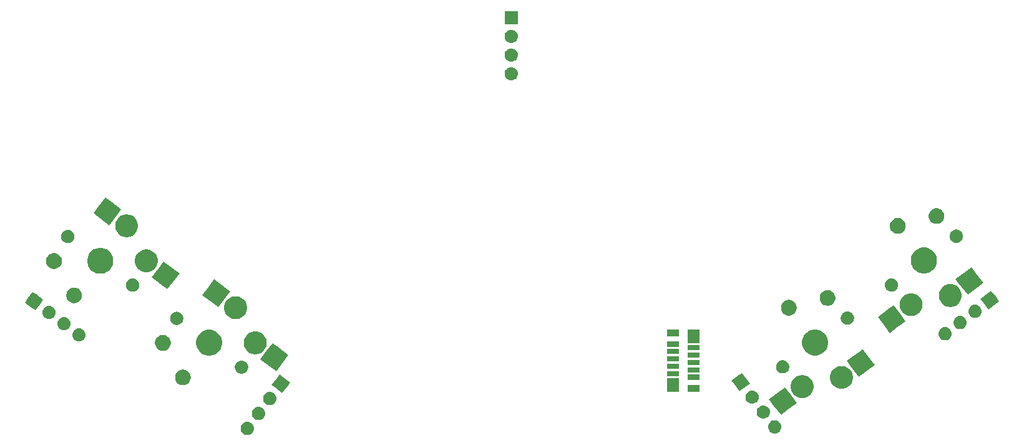
<source format=gbr>
G04 #@! TF.GenerationSoftware,KiCad,Pcbnew,(5.1.4)-1*
G04 #@! TF.CreationDate,2023-03-14T14:53:53-04:00*
G04 #@! TF.ProjectId,ThumbsUp,5468756d-6273-4557-902e-6b696361645f,rev?*
G04 #@! TF.SameCoordinates,Original*
G04 #@! TF.FileFunction,Soldermask,Bot*
G04 #@! TF.FilePolarity,Negative*
%FSLAX46Y46*%
G04 Gerber Fmt 4.6, Leading zero omitted, Abs format (unit mm)*
G04 Created by KiCad (PCBNEW (5.1.4)-1) date 2023-03-14 14:53:53*
%MOMM*%
%LPD*%
G04 APERTURE LIST*
%ADD10C,0.100000*%
G04 APERTURE END LIST*
D10*
G36*
X114444727Y-104066955D02*
G01*
X114510911Y-104073473D01*
X114680750Y-104124993D01*
X114837275Y-104208658D01*
X114873013Y-104237988D01*
X114974470Y-104321250D01*
X115052530Y-104416368D01*
X115087062Y-104458445D01*
X115170727Y-104614970D01*
X115222247Y-104784809D01*
X115239643Y-104961436D01*
X115222247Y-105138063D01*
X115170727Y-105307902D01*
X115087062Y-105464427D01*
X115057732Y-105500165D01*
X114974470Y-105601622D01*
X114898663Y-105663834D01*
X114837275Y-105714214D01*
X114680750Y-105797879D01*
X114510911Y-105849399D01*
X114444726Y-105855918D01*
X114378544Y-105862436D01*
X114290024Y-105862436D01*
X114223842Y-105855918D01*
X114157657Y-105849399D01*
X113987818Y-105797879D01*
X113831293Y-105714214D01*
X113769905Y-105663834D01*
X113694098Y-105601622D01*
X113610836Y-105500165D01*
X113581506Y-105464427D01*
X113497841Y-105307902D01*
X113446321Y-105138063D01*
X113428925Y-104961436D01*
X113446321Y-104784809D01*
X113497841Y-104614970D01*
X113581506Y-104458445D01*
X113616038Y-104416368D01*
X113694098Y-104321250D01*
X113795555Y-104237988D01*
X113831293Y-104208658D01*
X113987818Y-104124993D01*
X114157657Y-104073473D01*
X114223841Y-104066955D01*
X114290024Y-104060436D01*
X114378544Y-104060436D01*
X114444727Y-104066955D01*
X114444727Y-104066955D01*
G37*
G36*
X186004086Y-103868353D02*
G01*
X186070270Y-103874871D01*
X186240109Y-103926391D01*
X186396634Y-104010056D01*
X186432372Y-104039386D01*
X186533829Y-104122648D01*
X186617091Y-104224105D01*
X186646421Y-104259843D01*
X186730086Y-104416368D01*
X186781606Y-104586207D01*
X186799002Y-104762834D01*
X186781606Y-104939461D01*
X186730086Y-105109300D01*
X186646421Y-105265825D01*
X186617091Y-105301563D01*
X186533829Y-105403020D01*
X186459003Y-105464427D01*
X186396634Y-105515612D01*
X186240109Y-105599277D01*
X186070270Y-105650797D01*
X186004085Y-105657316D01*
X185937903Y-105663834D01*
X185849383Y-105663834D01*
X185783201Y-105657316D01*
X185717016Y-105650797D01*
X185547177Y-105599277D01*
X185390652Y-105515612D01*
X185328283Y-105464427D01*
X185253457Y-105403020D01*
X185170195Y-105301563D01*
X185140865Y-105265825D01*
X185057200Y-105109300D01*
X185005680Y-104939461D01*
X184988284Y-104762834D01*
X185005680Y-104586207D01*
X185057200Y-104416368D01*
X185140865Y-104259843D01*
X185170195Y-104224105D01*
X185253457Y-104122648D01*
X185354914Y-104039386D01*
X185390652Y-104010056D01*
X185547177Y-103926391D01*
X185717016Y-103874871D01*
X185783200Y-103868353D01*
X185849383Y-103861834D01*
X185937903Y-103861834D01*
X186004086Y-103868353D01*
X186004086Y-103868353D01*
G37*
G36*
X115973337Y-102038420D02*
G01*
X116039521Y-102044938D01*
X116209360Y-102096458D01*
X116365885Y-102180123D01*
X116401623Y-102209453D01*
X116503080Y-102292715D01*
X116581140Y-102387833D01*
X116615672Y-102429910D01*
X116699337Y-102586435D01*
X116750857Y-102756274D01*
X116768253Y-102932901D01*
X116750857Y-103109528D01*
X116699337Y-103279367D01*
X116615672Y-103435892D01*
X116586342Y-103471630D01*
X116503080Y-103573087D01*
X116427273Y-103635299D01*
X116365885Y-103685679D01*
X116209360Y-103769344D01*
X116039521Y-103820864D01*
X115973336Y-103827383D01*
X115907154Y-103833901D01*
X115818634Y-103833901D01*
X115752452Y-103827383D01*
X115686267Y-103820864D01*
X115516428Y-103769344D01*
X115359903Y-103685679D01*
X115298515Y-103635299D01*
X115222708Y-103573087D01*
X115139446Y-103471630D01*
X115110116Y-103435892D01*
X115026451Y-103279367D01*
X114974931Y-103109528D01*
X114957535Y-102932901D01*
X114974931Y-102756274D01*
X115026451Y-102586435D01*
X115110116Y-102429910D01*
X115144648Y-102387833D01*
X115222708Y-102292715D01*
X115324165Y-102209453D01*
X115359903Y-102180123D01*
X115516428Y-102096458D01*
X115686267Y-102044938D01*
X115752452Y-102038419D01*
X115818634Y-102031901D01*
X115907154Y-102031901D01*
X115973337Y-102038420D01*
X115973337Y-102038420D01*
G37*
G36*
X184475476Y-101839818D02*
G01*
X184541660Y-101846336D01*
X184711499Y-101897856D01*
X184868024Y-101981521D01*
X184903762Y-102010851D01*
X185005219Y-102094113D01*
X185088481Y-102195570D01*
X185117811Y-102231308D01*
X185201476Y-102387833D01*
X185252996Y-102557672D01*
X185270392Y-102734299D01*
X185252996Y-102910926D01*
X185201476Y-103080765D01*
X185117811Y-103237290D01*
X185088481Y-103273028D01*
X185005219Y-103374485D01*
X184930393Y-103435892D01*
X184868024Y-103487077D01*
X184711499Y-103570742D01*
X184541660Y-103622262D01*
X184475475Y-103628781D01*
X184409293Y-103635299D01*
X184320773Y-103635299D01*
X184254591Y-103628781D01*
X184188406Y-103622262D01*
X184018567Y-103570742D01*
X183862042Y-103487077D01*
X183799673Y-103435892D01*
X183724847Y-103374485D01*
X183641585Y-103273028D01*
X183612255Y-103237290D01*
X183528590Y-103080765D01*
X183477070Y-102910926D01*
X183459674Y-102734299D01*
X183477070Y-102557672D01*
X183528590Y-102387833D01*
X183612255Y-102231308D01*
X183641585Y-102195570D01*
X183724847Y-102094113D01*
X183826304Y-102010851D01*
X183862042Y-101981521D01*
X184018567Y-101897856D01*
X184188406Y-101846336D01*
X184254590Y-101839818D01*
X184320773Y-101833299D01*
X184409293Y-101833299D01*
X184475476Y-101839818D01*
X184475476Y-101839818D01*
G37*
G36*
X188030902Y-100359297D02*
G01*
X188905137Y-101519445D01*
X188905137Y-101519446D01*
X187752751Y-102387831D01*
X186747224Y-103145550D01*
X186747223Y-103145550D01*
X185807019Y-101897856D01*
X185121119Y-100987637D01*
X185121119Y-100987636D01*
X186351713Y-100060317D01*
X187279032Y-99361532D01*
X187279033Y-99361532D01*
X188030902Y-100359297D01*
X188030902Y-100359297D01*
G37*
G36*
X117501946Y-100009885D02*
G01*
X117568131Y-100016404D01*
X117737970Y-100067924D01*
X117894495Y-100151589D01*
X117930233Y-100180919D01*
X118031690Y-100264181D01*
X118109750Y-100359299D01*
X118144282Y-100401376D01*
X118227947Y-100557901D01*
X118279467Y-100727740D01*
X118296863Y-100904367D01*
X118279467Y-101080994D01*
X118227947Y-101250833D01*
X118144282Y-101407358D01*
X118114952Y-101443096D01*
X118031690Y-101544553D01*
X117955883Y-101606765D01*
X117894495Y-101657145D01*
X117737970Y-101740810D01*
X117568131Y-101792330D01*
X117501947Y-101798848D01*
X117435764Y-101805367D01*
X117347244Y-101805367D01*
X117281061Y-101798848D01*
X117214877Y-101792330D01*
X117045038Y-101740810D01*
X116888513Y-101657145D01*
X116827125Y-101606765D01*
X116751318Y-101544553D01*
X116668056Y-101443096D01*
X116638726Y-101407358D01*
X116555061Y-101250833D01*
X116503541Y-101080994D01*
X116486145Y-100904367D01*
X116503541Y-100727740D01*
X116555061Y-100557901D01*
X116638726Y-100401376D01*
X116673258Y-100359299D01*
X116751318Y-100264181D01*
X116852775Y-100180919D01*
X116888513Y-100151589D01*
X117045038Y-100067924D01*
X117214877Y-100016404D01*
X117281062Y-100009885D01*
X117347244Y-100003367D01*
X117435764Y-100003367D01*
X117501946Y-100009885D01*
X117501946Y-100009885D01*
G37*
G36*
X182946865Y-99811283D02*
G01*
X183013050Y-99817802D01*
X183182889Y-99869322D01*
X183339414Y-99952987D01*
X183375152Y-99982317D01*
X183476609Y-100065579D01*
X183559871Y-100167036D01*
X183589201Y-100202774D01*
X183672866Y-100359299D01*
X183724386Y-100529138D01*
X183741782Y-100705765D01*
X183724386Y-100882392D01*
X183672866Y-101052231D01*
X183589201Y-101208756D01*
X183559871Y-101244494D01*
X183476609Y-101345951D01*
X183401783Y-101407358D01*
X183339414Y-101458543D01*
X183182889Y-101542208D01*
X183013050Y-101593728D01*
X182946866Y-101600246D01*
X182880683Y-101606765D01*
X182792163Y-101606765D01*
X182725980Y-101600246D01*
X182659796Y-101593728D01*
X182489957Y-101542208D01*
X182333432Y-101458543D01*
X182271063Y-101407358D01*
X182196237Y-101345951D01*
X182112975Y-101244494D01*
X182083645Y-101208756D01*
X181999980Y-101052231D01*
X181948460Y-100882392D01*
X181931064Y-100705765D01*
X181948460Y-100529138D01*
X181999980Y-100359299D01*
X182083645Y-100202774D01*
X182112975Y-100167036D01*
X182196237Y-100065579D01*
X182297694Y-99982317D01*
X182333432Y-99952987D01*
X182489957Y-99869322D01*
X182659796Y-99817802D01*
X182725980Y-99811284D01*
X182792163Y-99804765D01*
X182880683Y-99804765D01*
X182946865Y-99811283D01*
X182946865Y-99811283D01*
G37*
G36*
X189931245Y-97761399D02*
G01*
X190081070Y-97791201D01*
X190363334Y-97908118D01*
X190617365Y-98077856D01*
X190833401Y-98293892D01*
X191003139Y-98547923D01*
X191120056Y-98830187D01*
X191179660Y-99129837D01*
X191179660Y-99435357D01*
X191120056Y-99735007D01*
X191003139Y-100017271D01*
X190833401Y-100271302D01*
X190617365Y-100487338D01*
X190363334Y-100657076D01*
X190081070Y-100773993D01*
X189931245Y-100803795D01*
X189781421Y-100833597D01*
X189475899Y-100833597D01*
X189326075Y-100803795D01*
X189176250Y-100773993D01*
X188893986Y-100657076D01*
X188639955Y-100487338D01*
X188423919Y-100271302D01*
X188254181Y-100017271D01*
X188137264Y-99735007D01*
X188077660Y-99435357D01*
X188077660Y-99129837D01*
X188137264Y-98830187D01*
X188254181Y-98547923D01*
X188423919Y-98293892D01*
X188639955Y-98077856D01*
X188893986Y-97908118D01*
X189176250Y-97791201D01*
X189326075Y-97761399D01*
X189475899Y-97731597D01*
X189781421Y-97731597D01*
X189931245Y-97761399D01*
X189931245Y-97761399D01*
G37*
G36*
X119146297Y-97918100D02*
G01*
X120181920Y-98698497D01*
X120181920Y-98698498D01*
X119777441Y-99235260D01*
X119097450Y-100137639D01*
X119097449Y-100137639D01*
X118165491Y-99435358D01*
X117658308Y-99053169D01*
X117658308Y-99053168D01*
X118355261Y-98128280D01*
X118742778Y-97614027D01*
X118742779Y-97614027D01*
X119146297Y-97918100D01*
X119146297Y-97918100D01*
G37*
G36*
X172883000Y-99959000D02*
G01*
X171281000Y-99959000D01*
X171281000Y-98157000D01*
X172883000Y-98157000D01*
X172883000Y-99959000D01*
X172883000Y-99959000D01*
G37*
G36*
X175683000Y-99959000D02*
G01*
X174081000Y-99959000D01*
X174081000Y-99057000D01*
X175683000Y-99057000D01*
X175683000Y-99959000D01*
X175683000Y-99959000D01*
G37*
G36*
X182063769Y-98183281D02*
G01*
X182569619Y-98854566D01*
X182569619Y-98854567D01*
X182064420Y-99235261D01*
X181130478Y-99939037D01*
X181130477Y-99939037D01*
X180399316Y-98968753D01*
X180046007Y-98499896D01*
X180046007Y-98499895D01*
X181065574Y-97731597D01*
X181485148Y-97415425D01*
X181485149Y-97415425D01*
X182063769Y-98183281D01*
X182063769Y-98183281D01*
G37*
G36*
X195248415Y-96509322D02*
G01*
X195398240Y-96539124D01*
X195680504Y-96656041D01*
X195934535Y-96825779D01*
X196150571Y-97041815D01*
X196320309Y-97295846D01*
X196437226Y-97578110D01*
X196437226Y-97578111D01*
X196493099Y-97859000D01*
X196496830Y-97877760D01*
X196496830Y-98183280D01*
X196437226Y-98482930D01*
X196320309Y-98765194D01*
X196150571Y-99019225D01*
X195934535Y-99235261D01*
X195680504Y-99404999D01*
X195398240Y-99521916D01*
X195248415Y-99551718D01*
X195098591Y-99581520D01*
X194793069Y-99581520D01*
X194643245Y-99551718D01*
X194493420Y-99521916D01*
X194211156Y-99404999D01*
X193957125Y-99235261D01*
X193741089Y-99019225D01*
X193571351Y-98765194D01*
X193454434Y-98482930D01*
X193394830Y-98183280D01*
X193394830Y-97877760D01*
X193398562Y-97859000D01*
X193454434Y-97578111D01*
X193454434Y-97578110D01*
X193571351Y-97295846D01*
X193741089Y-97041815D01*
X193957125Y-96825779D01*
X194211156Y-96656041D01*
X194493420Y-96539124D01*
X194643245Y-96509322D01*
X194793069Y-96479520D01*
X195098591Y-96479520D01*
X195248415Y-96509322D01*
X195248415Y-96509322D01*
G37*
G36*
X105917786Y-96997193D02*
G01*
X106111967Y-97077626D01*
X106111969Y-97077627D01*
X106286728Y-97194397D01*
X106435348Y-97343017D01*
X106446027Y-97359000D01*
X106552119Y-97517778D01*
X106632552Y-97711959D01*
X106673555Y-97918098D01*
X106673555Y-98128282D01*
X106632552Y-98334421D01*
X106552119Y-98528602D01*
X106552118Y-98528604D01*
X106435348Y-98703363D01*
X106286728Y-98851983D01*
X106111969Y-98968753D01*
X106111968Y-98968754D01*
X106111967Y-98968754D01*
X105917786Y-99049187D01*
X105711647Y-99090190D01*
X105501463Y-99090190D01*
X105295324Y-99049187D01*
X105101143Y-98968754D01*
X105101142Y-98968754D01*
X105101141Y-98968753D01*
X104926382Y-98851983D01*
X104777762Y-98703363D01*
X104660992Y-98528604D01*
X104660991Y-98528602D01*
X104580558Y-98334421D01*
X104539555Y-98128282D01*
X104539555Y-97918098D01*
X104580558Y-97711959D01*
X104660991Y-97517778D01*
X104767083Y-97359000D01*
X104777762Y-97343017D01*
X104926382Y-97194397D01*
X105101141Y-97077627D01*
X105101143Y-97077626D01*
X105295324Y-96997193D01*
X105501463Y-96956190D01*
X105711647Y-96956190D01*
X105917786Y-96997193D01*
X105917786Y-96997193D01*
G37*
G36*
X175683000Y-98359000D02*
G01*
X174081000Y-98359000D01*
X174081000Y-97657000D01*
X175683000Y-97657000D01*
X175683000Y-98359000D01*
X175683000Y-98359000D01*
G37*
G36*
X198572858Y-95157000D02*
G01*
X199453371Y-96325480D01*
X199453371Y-96325481D01*
X198537242Y-97015833D01*
X197295458Y-97951585D01*
X197295457Y-97951585D01*
X196186177Y-96479520D01*
X195669353Y-95793672D01*
X195669353Y-95793671D01*
X197346072Y-94530173D01*
X197827266Y-94167567D01*
X197827267Y-94167567D01*
X198572858Y-95157000D01*
X198572858Y-95157000D01*
G37*
G36*
X172883000Y-97859000D02*
G01*
X171281000Y-97859000D01*
X171281000Y-97157000D01*
X172883000Y-97157000D01*
X172883000Y-97859000D01*
X172883000Y-97859000D01*
G37*
G36*
X113725711Y-95736653D02*
G01*
X113812834Y-95753982D01*
X113922257Y-95799307D01*
X113976970Y-95821970D01*
X114075893Y-95888068D01*
X114124687Y-95920671D01*
X114250311Y-96046295D01*
X114250313Y-96046298D01*
X114349012Y-96194012D01*
X114349012Y-96194013D01*
X114417000Y-96358148D01*
X114417000Y-96358150D01*
X114445175Y-96499793D01*
X114451659Y-96532394D01*
X114451659Y-96710052D01*
X114417000Y-96884298D01*
X114387221Y-96956190D01*
X114349012Y-97048434D01*
X114276471Y-97157000D01*
X114250311Y-97196151D01*
X114124687Y-97321775D01*
X114124684Y-97321777D01*
X113976970Y-97420476D01*
X113922257Y-97443139D01*
X113812834Y-97488464D01*
X113725711Y-97505794D01*
X113638590Y-97523123D01*
X113460928Y-97523123D01*
X113373807Y-97505794D01*
X113286684Y-97488464D01*
X113177261Y-97443139D01*
X113122548Y-97420476D01*
X112974834Y-97321777D01*
X112974831Y-97321775D01*
X112849207Y-97196151D01*
X112823047Y-97157000D01*
X112750506Y-97048434D01*
X112712297Y-96956190D01*
X112682518Y-96884298D01*
X112647859Y-96710052D01*
X112647859Y-96532394D01*
X112654344Y-96499793D01*
X112682518Y-96358150D01*
X112682518Y-96358148D01*
X112750506Y-96194013D01*
X112750506Y-96194012D01*
X112849205Y-96046298D01*
X112849207Y-96046295D01*
X112974831Y-95920671D01*
X113023625Y-95888068D01*
X113122548Y-95821970D01*
X113177261Y-95799307D01*
X113286684Y-95753982D01*
X113373807Y-95736653D01*
X113460928Y-95719323D01*
X113638590Y-95719323D01*
X113725711Y-95736653D01*
X113725711Y-95736653D01*
G37*
G36*
X187148488Y-95704052D02*
G01*
X187235611Y-95721381D01*
X187345034Y-95766706D01*
X187399747Y-95789369D01*
X187546469Y-95887405D01*
X187547464Y-95888070D01*
X187673088Y-96013694D01*
X187673090Y-96013697D01*
X187771789Y-96161411D01*
X187771789Y-96161412D01*
X187839777Y-96325547D01*
X187846262Y-96358150D01*
X187874436Y-96499791D01*
X187874436Y-96677453D01*
X187867951Y-96710054D01*
X187839777Y-96851697D01*
X187796494Y-96956190D01*
X187771789Y-97015833D01*
X187677465Y-97157000D01*
X187673088Y-97163550D01*
X187547464Y-97289174D01*
X187547461Y-97289176D01*
X187399747Y-97387875D01*
X187345034Y-97410538D01*
X187235611Y-97455863D01*
X187148488Y-97473192D01*
X187061367Y-97490522D01*
X186883705Y-97490522D01*
X186796584Y-97473192D01*
X186709461Y-97455863D01*
X186600038Y-97410538D01*
X186545325Y-97387875D01*
X186397611Y-97289176D01*
X186397608Y-97289174D01*
X186271984Y-97163550D01*
X186267607Y-97157000D01*
X186173283Y-97015833D01*
X186148578Y-96956190D01*
X186105295Y-96851697D01*
X186077121Y-96710054D01*
X186070636Y-96677453D01*
X186070636Y-96499791D01*
X186098810Y-96358150D01*
X186105295Y-96325547D01*
X186173283Y-96161412D01*
X186173283Y-96161411D01*
X186271982Y-96013697D01*
X186271984Y-96013694D01*
X186397608Y-95888070D01*
X186398603Y-95887405D01*
X186545325Y-95789369D01*
X186600038Y-95766706D01*
X186709461Y-95721381D01*
X186796584Y-95704051D01*
X186883705Y-95686722D01*
X187061367Y-95686722D01*
X187148488Y-95704052D01*
X187148488Y-95704052D01*
G37*
G36*
X175683000Y-97359000D02*
G01*
X174081000Y-97359000D01*
X174081000Y-96657000D01*
X175683000Y-96657000D01*
X175683000Y-97359000D01*
X175683000Y-97359000D01*
G37*
G36*
X118684194Y-94103152D02*
G01*
X119914788Y-95030471D01*
X119914788Y-95030472D01*
X119514041Y-95562281D01*
X118288684Y-97188385D01*
X118288683Y-97188385D01*
X117347988Y-96479520D01*
X116130770Y-95562281D01*
X116130770Y-95562280D01*
X116978971Y-94436680D01*
X117756874Y-93404367D01*
X117756875Y-93404367D01*
X118684194Y-94103152D01*
X118684194Y-94103152D01*
G37*
G36*
X172883000Y-96859000D02*
G01*
X171281000Y-96859000D01*
X171281000Y-96157000D01*
X172883000Y-96157000D01*
X172883000Y-96859000D01*
X172883000Y-96859000D01*
G37*
G36*
X175683000Y-96359000D02*
G01*
X174081000Y-96359000D01*
X174081000Y-95657000D01*
X175683000Y-95657000D01*
X175683000Y-96359000D01*
X175683000Y-96359000D01*
G37*
G36*
X172883000Y-95859000D02*
G01*
X171281000Y-95859000D01*
X171281000Y-95157000D01*
X172883000Y-95157000D01*
X172883000Y-95859000D01*
X172883000Y-95859000D01*
G37*
G36*
X175683000Y-95359000D02*
G01*
X174081000Y-95359000D01*
X174081000Y-94657000D01*
X175683000Y-94657000D01*
X175683000Y-95359000D01*
X175683000Y-95359000D01*
G37*
G36*
X109672240Y-91613587D02*
G01*
X109993540Y-91746674D01*
X109993542Y-91746675D01*
X110282704Y-91939887D01*
X110528617Y-92185800D01*
X110711164Y-92459000D01*
X110721830Y-92474964D01*
X110854917Y-92796264D01*
X110922764Y-93137352D01*
X110922764Y-93485128D01*
X110854917Y-93826216D01*
X110775828Y-94017153D01*
X110721829Y-94147518D01*
X110528617Y-94436680D01*
X110282704Y-94682593D01*
X109993542Y-94875805D01*
X109993541Y-94875806D01*
X109993540Y-94875806D01*
X109672240Y-95008893D01*
X109331152Y-95076740D01*
X108983376Y-95076740D01*
X108642288Y-95008893D01*
X108320988Y-94875806D01*
X108320987Y-94875806D01*
X108320986Y-94875805D01*
X108031824Y-94682593D01*
X107785911Y-94436680D01*
X107592699Y-94147518D01*
X107538700Y-94017153D01*
X107459611Y-93826216D01*
X107391764Y-93485128D01*
X107391764Y-93137352D01*
X107459611Y-92796264D01*
X107592698Y-92474964D01*
X107603365Y-92459000D01*
X107785911Y-92185800D01*
X108031824Y-91939887D01*
X108320986Y-91746675D01*
X108320988Y-91746674D01*
X108642288Y-91613587D01*
X108983376Y-91545740D01*
X109331152Y-91545740D01*
X109672240Y-91613587D01*
X109672240Y-91613587D01*
G37*
G36*
X191880007Y-91580986D02*
G01*
X192201307Y-91714073D01*
X192201309Y-91714074D01*
X192490471Y-91907286D01*
X192736384Y-92153199D01*
X192895556Y-92391416D01*
X192929597Y-92442363D01*
X193062684Y-92763663D01*
X193130531Y-93104751D01*
X193130531Y-93452527D01*
X193062684Y-93793615D01*
X192929597Y-94114915D01*
X192929596Y-94114917D01*
X192736384Y-94404079D01*
X192490471Y-94649992D01*
X192201309Y-94843204D01*
X192201308Y-94843205D01*
X192201307Y-94843205D01*
X191880007Y-94976292D01*
X191538919Y-95044139D01*
X191191143Y-95044139D01*
X190850055Y-94976292D01*
X190528755Y-94843205D01*
X190528754Y-94843205D01*
X190528753Y-94843204D01*
X190239591Y-94649992D01*
X189993678Y-94404079D01*
X189800466Y-94114917D01*
X189800465Y-94114915D01*
X189667378Y-93793615D01*
X189599531Y-93452527D01*
X189599531Y-93104751D01*
X189667378Y-92763663D01*
X189800465Y-92442363D01*
X189834507Y-92391416D01*
X189993678Y-92153199D01*
X190239591Y-91907286D01*
X190528753Y-91714074D01*
X190528755Y-91714073D01*
X190850055Y-91580986D01*
X191191143Y-91513139D01*
X191538919Y-91513139D01*
X191880007Y-91580986D01*
X191880007Y-91580986D01*
G37*
G36*
X115709833Y-91804234D02*
G01*
X115859658Y-91834036D01*
X116141922Y-91950953D01*
X116395953Y-92120691D01*
X116611989Y-92336727D01*
X116781727Y-92590758D01*
X116898644Y-92873022D01*
X116898644Y-92873023D01*
X116958248Y-93172671D01*
X116958248Y-93478193D01*
X116928446Y-93628017D01*
X116898644Y-93777842D01*
X116781727Y-94060106D01*
X116611989Y-94314137D01*
X116395953Y-94530173D01*
X116141922Y-94699911D01*
X115859658Y-94816828D01*
X115727057Y-94843204D01*
X115560009Y-94876432D01*
X115254487Y-94876432D01*
X115087439Y-94843204D01*
X114954838Y-94816828D01*
X114672574Y-94699911D01*
X114418543Y-94530173D01*
X114202507Y-94314137D01*
X114032769Y-94060106D01*
X113915852Y-93777842D01*
X113886050Y-93628017D01*
X113856248Y-93478193D01*
X113856248Y-93172671D01*
X113915852Y-92873023D01*
X113915852Y-92873022D01*
X114032769Y-92590758D01*
X114202507Y-92336727D01*
X114418543Y-92120691D01*
X114672574Y-91950953D01*
X114954838Y-91834036D01*
X115104663Y-91804234D01*
X115254487Y-91774432D01*
X115560009Y-91774432D01*
X115709833Y-91804234D01*
X115709833Y-91804234D01*
G37*
G36*
X172883000Y-94859000D02*
G01*
X171281000Y-94859000D01*
X171281000Y-94157000D01*
X172883000Y-94157000D01*
X172883000Y-94859000D01*
X172883000Y-94859000D01*
G37*
G36*
X103188420Y-92310983D02*
G01*
X103382601Y-92391416D01*
X103382603Y-92391417D01*
X103557362Y-92508187D01*
X103705982Y-92656807D01*
X103799163Y-92796263D01*
X103822753Y-92831568D01*
X103903186Y-93025749D01*
X103944189Y-93231888D01*
X103944189Y-93442072D01*
X103903186Y-93648211D01*
X103842957Y-93793615D01*
X103822752Y-93842394D01*
X103705982Y-94017153D01*
X103557362Y-94165773D01*
X103382603Y-94282543D01*
X103382602Y-94282544D01*
X103382601Y-94282544D01*
X103188420Y-94362977D01*
X102982281Y-94403980D01*
X102772097Y-94403980D01*
X102565958Y-94362977D01*
X102371777Y-94282544D01*
X102371776Y-94282544D01*
X102371775Y-94282543D01*
X102197016Y-94165773D01*
X102048396Y-94017153D01*
X101931626Y-93842394D01*
X101911421Y-93793615D01*
X101851192Y-93648211D01*
X101810189Y-93442072D01*
X101810189Y-93231888D01*
X101851192Y-93025749D01*
X101931625Y-92831568D01*
X101955215Y-92796263D01*
X102048396Y-92656807D01*
X102197016Y-92508187D01*
X102371775Y-92391417D01*
X102371777Y-92391416D01*
X102565958Y-92310983D01*
X102772097Y-92269980D01*
X102982281Y-92269980D01*
X103188420Y-92310983D01*
X103188420Y-92310983D01*
G37*
G36*
X175683000Y-94359000D02*
G01*
X174081000Y-94359000D01*
X174081000Y-93657000D01*
X175683000Y-93657000D01*
X175683000Y-94359000D01*
X175683000Y-94359000D01*
G37*
G36*
X172883000Y-93859000D02*
G01*
X171281000Y-93859000D01*
X171281000Y-93157000D01*
X172883000Y-93157000D01*
X172883000Y-93859000D01*
X172883000Y-93859000D01*
G37*
G36*
X175683000Y-93359000D02*
G01*
X174081000Y-93359000D01*
X174081000Y-91557000D01*
X175683000Y-91557000D01*
X175683000Y-93359000D01*
X175683000Y-93359000D01*
G37*
G36*
X91603061Y-91357030D02*
G01*
X91669245Y-91363548D01*
X91839084Y-91415068D01*
X91995609Y-91498733D01*
X92031347Y-91528063D01*
X92132804Y-91611325D01*
X92216066Y-91712782D01*
X92245396Y-91748520D01*
X92329061Y-91905045D01*
X92380581Y-92074884D01*
X92397977Y-92251511D01*
X92380581Y-92428138D01*
X92329061Y-92597977D01*
X92245396Y-92754502D01*
X92216066Y-92790240D01*
X92132804Y-92891697D01*
X92031347Y-92974959D01*
X91995609Y-93004289D01*
X91839084Y-93087954D01*
X91669245Y-93139474D01*
X91603061Y-93145992D01*
X91536878Y-93152511D01*
X91448358Y-93152511D01*
X91382175Y-93145992D01*
X91315991Y-93139474D01*
X91146152Y-93087954D01*
X90989627Y-93004289D01*
X90953889Y-92974959D01*
X90852432Y-92891697D01*
X90769170Y-92790240D01*
X90739840Y-92754502D01*
X90656175Y-92597977D01*
X90604655Y-92428138D01*
X90587259Y-92251511D01*
X90604655Y-92074884D01*
X90656175Y-91905045D01*
X90739840Y-91748520D01*
X90769170Y-91712782D01*
X90852432Y-91611325D01*
X90953889Y-91528063D01*
X90989627Y-91498733D01*
X91146152Y-91415068D01*
X91315991Y-91363548D01*
X91382175Y-91357030D01*
X91448358Y-91350511D01*
X91536878Y-91350511D01*
X91603061Y-91357030D01*
X91603061Y-91357030D01*
G37*
G36*
X209125584Y-91203425D02*
G01*
X209191768Y-91209943D01*
X209361607Y-91261463D01*
X209518132Y-91345128D01*
X209553870Y-91374458D01*
X209655327Y-91457720D01*
X209727562Y-91545740D01*
X209767919Y-91594915D01*
X209851584Y-91751440D01*
X209903104Y-91921279D01*
X209920500Y-92097906D01*
X209903104Y-92274533D01*
X209851584Y-92444372D01*
X209767919Y-92600897D01*
X209738589Y-92636635D01*
X209655327Y-92738092D01*
X209553870Y-92821354D01*
X209518132Y-92850684D01*
X209361607Y-92934349D01*
X209191768Y-92985869D01*
X209125584Y-92992387D01*
X209059401Y-92998906D01*
X208970881Y-92998906D01*
X208904699Y-92992388D01*
X208838514Y-92985869D01*
X208668675Y-92934349D01*
X208512150Y-92850684D01*
X208476412Y-92821354D01*
X208374955Y-92738092D01*
X208291693Y-92636635D01*
X208262363Y-92600897D01*
X208178698Y-92444372D01*
X208127178Y-92274533D01*
X208109782Y-92097906D01*
X208127178Y-91921279D01*
X208178698Y-91751440D01*
X208262363Y-91594915D01*
X208302720Y-91545740D01*
X208374955Y-91457720D01*
X208476412Y-91374458D01*
X208512150Y-91345128D01*
X208668675Y-91261463D01*
X208838514Y-91209943D01*
X208904698Y-91203425D01*
X208970881Y-91196906D01*
X209059401Y-91196906D01*
X209125584Y-91203425D01*
X209125584Y-91203425D01*
G37*
G36*
X172883000Y-92459000D02*
G01*
X171281000Y-92459000D01*
X171281000Y-91557000D01*
X172883000Y-91557000D01*
X172883000Y-92459000D01*
X172883000Y-92459000D01*
G37*
G36*
X202933585Y-89395482D02*
G01*
X203679894Y-90385867D01*
X203679894Y-90385868D01*
X202565144Y-91225892D01*
X201521981Y-92011972D01*
X201521980Y-92011972D01*
X200415471Y-90543584D01*
X199895876Y-89854059D01*
X199895876Y-89854058D01*
X201126470Y-88926739D01*
X202053789Y-88227954D01*
X202053790Y-88227954D01*
X202933585Y-89395482D01*
X202933585Y-89395482D01*
G37*
G36*
X89574526Y-89828420D02*
G01*
X89640710Y-89834938D01*
X89810549Y-89886458D01*
X89967074Y-89970123D01*
X90002812Y-89999453D01*
X90104269Y-90082715D01*
X90187531Y-90184172D01*
X90216861Y-90219910D01*
X90300526Y-90376435D01*
X90352046Y-90546274D01*
X90369442Y-90722901D01*
X90352046Y-90899528D01*
X90300526Y-91069367D01*
X90216861Y-91225892D01*
X90187668Y-91261463D01*
X90104269Y-91363087D01*
X90002812Y-91446349D01*
X89967074Y-91475679D01*
X89810549Y-91559344D01*
X89640710Y-91610864D01*
X89574525Y-91617383D01*
X89508343Y-91623901D01*
X89419823Y-91623901D01*
X89353641Y-91617383D01*
X89287456Y-91610864D01*
X89117617Y-91559344D01*
X88961092Y-91475679D01*
X88925354Y-91446349D01*
X88823897Y-91363087D01*
X88740498Y-91261463D01*
X88711305Y-91225892D01*
X88627640Y-91069367D01*
X88576120Y-90899528D01*
X88558724Y-90722901D01*
X88576120Y-90546274D01*
X88627640Y-90376435D01*
X88711305Y-90219910D01*
X88740635Y-90184172D01*
X88823897Y-90082715D01*
X88925354Y-89999453D01*
X88961092Y-89970123D01*
X89117617Y-89886458D01*
X89287456Y-89834938D01*
X89353640Y-89828420D01*
X89419823Y-89821901D01*
X89508343Y-89821901D01*
X89574526Y-89828420D01*
X89574526Y-89828420D01*
G37*
G36*
X211154118Y-89674814D02*
G01*
X211220303Y-89681333D01*
X211390142Y-89732853D01*
X211546667Y-89816518D01*
X211582405Y-89845848D01*
X211683862Y-89929110D01*
X211767124Y-90030567D01*
X211796454Y-90066305D01*
X211880119Y-90222830D01*
X211931639Y-90392669D01*
X211949035Y-90569296D01*
X211931639Y-90745923D01*
X211880119Y-90915762D01*
X211796454Y-91072287D01*
X211767124Y-91108025D01*
X211683862Y-91209482D01*
X211582405Y-91292744D01*
X211546667Y-91322074D01*
X211390142Y-91405739D01*
X211220303Y-91457259D01*
X211154119Y-91463777D01*
X211087936Y-91470296D01*
X210999416Y-91470296D01*
X210933234Y-91463778D01*
X210867049Y-91457259D01*
X210697210Y-91405739D01*
X210540685Y-91322074D01*
X210504947Y-91292744D01*
X210403490Y-91209482D01*
X210320228Y-91108025D01*
X210290898Y-91072287D01*
X210207233Y-90915762D01*
X210155713Y-90745923D01*
X210138317Y-90569296D01*
X210155713Y-90392669D01*
X210207233Y-90222830D01*
X210290898Y-90066305D01*
X210320228Y-90030567D01*
X210403490Y-89929110D01*
X210504947Y-89845848D01*
X210540685Y-89816518D01*
X210697210Y-89732853D01*
X210867049Y-89681333D01*
X210933234Y-89674814D01*
X210999416Y-89668296D01*
X211087936Y-89668296D01*
X211154118Y-89674814D01*
X211154118Y-89674814D01*
G37*
G36*
X104940721Y-89116687D02*
G01*
X105027844Y-89134016D01*
X105113274Y-89169403D01*
X105191980Y-89202004D01*
X105290903Y-89268102D01*
X105339697Y-89300705D01*
X105465321Y-89426329D01*
X105465323Y-89426332D01*
X105564022Y-89574046D01*
X105571743Y-89592686D01*
X105632010Y-89738182D01*
X105632010Y-89738184D01*
X105661504Y-89886458D01*
X105666669Y-89912428D01*
X105666669Y-90090086D01*
X105632010Y-90264332D01*
X105586685Y-90373755D01*
X105564022Y-90428468D01*
X105487106Y-90543581D01*
X105465321Y-90576185D01*
X105339697Y-90701809D01*
X105339694Y-90701811D01*
X105191980Y-90800510D01*
X105137267Y-90823173D01*
X105027844Y-90868498D01*
X104940721Y-90885827D01*
X104853600Y-90903157D01*
X104675938Y-90903157D01*
X104588817Y-90885827D01*
X104501694Y-90868498D01*
X104392271Y-90823173D01*
X104337558Y-90800510D01*
X104189844Y-90701811D01*
X104189841Y-90701809D01*
X104064217Y-90576185D01*
X104042432Y-90543581D01*
X103965516Y-90428468D01*
X103942853Y-90373755D01*
X103897528Y-90264332D01*
X103862869Y-90090086D01*
X103862869Y-89912428D01*
X103868035Y-89886458D01*
X103897528Y-89738184D01*
X103897528Y-89738182D01*
X103957795Y-89592686D01*
X103965516Y-89574046D01*
X104064215Y-89426332D01*
X104064217Y-89426329D01*
X104189841Y-89300705D01*
X104238635Y-89268102D01*
X104337558Y-89202004D01*
X104416264Y-89169403D01*
X104501694Y-89134016D01*
X104588817Y-89116686D01*
X104675938Y-89099357D01*
X104853600Y-89099357D01*
X104940721Y-89116687D01*
X104940721Y-89116687D01*
G37*
G36*
X195933478Y-89084085D02*
G01*
X196020601Y-89101415D01*
X196108255Y-89137723D01*
X196184737Y-89169403D01*
X196300661Y-89246861D01*
X196332454Y-89268104D01*
X196458078Y-89393728D01*
X196458080Y-89393731D01*
X196556779Y-89541445D01*
X196570283Y-89574046D01*
X196624767Y-89705581D01*
X196631252Y-89738184D01*
X196659426Y-89879825D01*
X196659426Y-90057487D01*
X196652941Y-90090088D01*
X196624767Y-90231731D01*
X196579442Y-90341154D01*
X196556779Y-90395867D01*
X196458743Y-90542589D01*
X196458078Y-90543584D01*
X196332454Y-90669208D01*
X196332451Y-90669210D01*
X196184737Y-90767909D01*
X196130024Y-90790572D01*
X196020601Y-90835897D01*
X195933478Y-90853226D01*
X195846357Y-90870556D01*
X195668695Y-90870556D01*
X195581574Y-90853227D01*
X195494451Y-90835897D01*
X195385028Y-90790572D01*
X195330315Y-90767909D01*
X195182601Y-90669210D01*
X195182598Y-90669208D01*
X195056974Y-90543584D01*
X195056309Y-90542589D01*
X194958273Y-90395867D01*
X194935610Y-90341154D01*
X194890285Y-90231731D01*
X194862111Y-90090088D01*
X194855626Y-90057487D01*
X194855626Y-89879825D01*
X194883800Y-89738184D01*
X194890285Y-89705581D01*
X194944769Y-89574046D01*
X194958273Y-89541445D01*
X195056972Y-89393731D01*
X195056974Y-89393728D01*
X195182598Y-89268104D01*
X195214391Y-89246861D01*
X195330315Y-89169403D01*
X195406797Y-89137723D01*
X195494451Y-89101415D01*
X195581574Y-89084086D01*
X195668695Y-89066756D01*
X195846357Y-89066756D01*
X195933478Y-89084085D01*
X195933478Y-89084085D01*
G37*
G36*
X113040648Y-87038161D02*
G01*
X113190473Y-87067963D01*
X113472737Y-87184880D01*
X113726768Y-87354618D01*
X113942804Y-87570654D01*
X114112542Y-87824685D01*
X114229459Y-88106949D01*
X114289063Y-88406599D01*
X114289063Y-88712119D01*
X114229459Y-89011769D01*
X114112542Y-89294033D01*
X113942804Y-89548064D01*
X113726768Y-89764100D01*
X113472737Y-89933838D01*
X113190473Y-90050755D01*
X113040648Y-90080557D01*
X112890824Y-90110359D01*
X112585302Y-90110359D01*
X112435478Y-90080557D01*
X112285653Y-90050755D01*
X112003389Y-89933838D01*
X111749358Y-89764100D01*
X111533322Y-89548064D01*
X111363584Y-89294033D01*
X111246667Y-89011769D01*
X111187063Y-88712119D01*
X111187063Y-88406599D01*
X111246667Y-88106949D01*
X111363584Y-87824685D01*
X111533322Y-87570654D01*
X111749358Y-87354618D01*
X112003389Y-87184880D01*
X112285653Y-87067963D01*
X112435478Y-87038161D01*
X112585302Y-87008359D01*
X112890824Y-87008359D01*
X113040648Y-87038161D01*
X113040648Y-87038161D01*
G37*
G36*
X87545992Y-88299810D02*
G01*
X87612176Y-88306328D01*
X87782015Y-88357848D01*
X87938540Y-88441513D01*
X87974278Y-88470843D01*
X88075735Y-88554105D01*
X88158997Y-88655562D01*
X88188327Y-88691300D01*
X88271992Y-88847825D01*
X88323512Y-89017664D01*
X88340908Y-89194291D01*
X88323512Y-89370918D01*
X88271992Y-89540757D01*
X88188327Y-89697282D01*
X88181516Y-89705581D01*
X88075735Y-89834477D01*
X87980752Y-89912426D01*
X87938540Y-89947069D01*
X87782015Y-90030734D01*
X87612176Y-90082254D01*
X87545992Y-90088772D01*
X87479809Y-90095291D01*
X87391289Y-90095291D01*
X87325106Y-90088772D01*
X87258922Y-90082254D01*
X87089083Y-90030734D01*
X86932558Y-89947069D01*
X86890346Y-89912426D01*
X86795363Y-89834477D01*
X86689582Y-89705581D01*
X86682771Y-89697282D01*
X86599106Y-89540757D01*
X86547586Y-89370918D01*
X86530190Y-89194291D01*
X86547586Y-89017664D01*
X86599106Y-88847825D01*
X86682771Y-88691300D01*
X86712101Y-88655562D01*
X86795363Y-88554105D01*
X86896820Y-88470843D01*
X86932558Y-88441513D01*
X87089083Y-88357848D01*
X87258922Y-88306328D01*
X87325106Y-88299810D01*
X87391289Y-88293291D01*
X87479809Y-88293291D01*
X87545992Y-88299810D01*
X87545992Y-88299810D01*
G37*
G36*
X213182653Y-88146205D02*
G01*
X213248837Y-88152723D01*
X213418676Y-88204243D01*
X213575201Y-88287908D01*
X213610939Y-88317238D01*
X213712396Y-88400500D01*
X213777987Y-88480424D01*
X213824988Y-88537695D01*
X213908653Y-88694220D01*
X213960173Y-88864059D01*
X213977569Y-89040686D01*
X213960173Y-89217313D01*
X213908653Y-89387152D01*
X213908652Y-89387154D01*
X213887712Y-89426329D01*
X213824988Y-89543677D01*
X213800065Y-89574046D01*
X213712396Y-89680872D01*
X213610982Y-89764099D01*
X213575201Y-89793464D01*
X213498474Y-89834476D01*
X213461839Y-89854058D01*
X213418676Y-89877129D01*
X213248837Y-89928649D01*
X213196151Y-89933838D01*
X213116470Y-89941686D01*
X213027950Y-89941686D01*
X212948269Y-89933838D01*
X212895583Y-89928649D01*
X212725744Y-89877129D01*
X212682582Y-89854058D01*
X212645946Y-89834476D01*
X212569219Y-89793464D01*
X212533438Y-89764099D01*
X212432024Y-89680872D01*
X212344355Y-89574046D01*
X212319432Y-89543677D01*
X212256708Y-89426329D01*
X212235768Y-89387154D01*
X212235767Y-89387152D01*
X212184247Y-89217313D01*
X212166851Y-89040686D01*
X212184247Y-88864059D01*
X212235767Y-88694220D01*
X212319432Y-88537695D01*
X212366433Y-88480424D01*
X212432024Y-88400500D01*
X212533481Y-88317238D01*
X212569219Y-88287908D01*
X212725744Y-88204243D01*
X212895583Y-88152723D01*
X212961767Y-88146205D01*
X213027950Y-88139686D01*
X213116470Y-88139686D01*
X213182653Y-88146205D01*
X213182653Y-88146205D01*
G37*
G36*
X204706002Y-86627821D02*
G01*
X204855827Y-86657623D01*
X205138091Y-86774540D01*
X205392122Y-86944278D01*
X205608158Y-87160314D01*
X205777896Y-87414345D01*
X205894813Y-87696609D01*
X205954417Y-87996259D01*
X205954417Y-88301779D01*
X205894813Y-88601429D01*
X205777896Y-88883693D01*
X205608158Y-89137724D01*
X205392122Y-89353760D01*
X205138091Y-89523498D01*
X204855827Y-89640415D01*
X204706002Y-89670217D01*
X204556178Y-89700019D01*
X204250656Y-89700019D01*
X204100832Y-89670217D01*
X203951007Y-89640415D01*
X203668743Y-89523498D01*
X203414712Y-89353760D01*
X203198676Y-89137724D01*
X203028938Y-88883693D01*
X202912021Y-88601429D01*
X202852417Y-88301779D01*
X202852417Y-87996259D01*
X202912021Y-87696609D01*
X203028938Y-87414345D01*
X203198676Y-87160314D01*
X203414712Y-86944278D01*
X203668743Y-86774540D01*
X203951007Y-86657623D01*
X204100832Y-86627821D01*
X204250656Y-86598019D01*
X204556178Y-86598019D01*
X204706002Y-86627821D01*
X204706002Y-86627821D01*
G37*
G36*
X188125553Y-87540692D02*
G01*
X188319734Y-87621125D01*
X188319736Y-87621126D01*
X188494495Y-87737896D01*
X188643115Y-87886516D01*
X188759885Y-88061275D01*
X188759886Y-88061277D01*
X188840319Y-88255458D01*
X188881322Y-88461597D01*
X188881322Y-88671781D01*
X188840319Y-88877920D01*
X188762100Y-89066756D01*
X188759885Y-89072103D01*
X188643115Y-89246862D01*
X188494495Y-89395482D01*
X188319736Y-89512252D01*
X188319735Y-89512253D01*
X188319734Y-89512253D01*
X188125553Y-89592686D01*
X187919414Y-89633689D01*
X187709230Y-89633689D01*
X187503091Y-89592686D01*
X187308910Y-89512253D01*
X187308909Y-89512253D01*
X187308908Y-89512252D01*
X187134149Y-89395482D01*
X186985529Y-89246862D01*
X186868759Y-89072103D01*
X186866544Y-89066756D01*
X186788325Y-88877920D01*
X186747322Y-88671781D01*
X186747322Y-88461597D01*
X186788325Y-88255458D01*
X186868758Y-88061277D01*
X186868759Y-88061275D01*
X186985529Y-87886516D01*
X187134149Y-87737896D01*
X187308908Y-87621126D01*
X187308910Y-87621125D01*
X187503091Y-87540692D01*
X187709230Y-87499689D01*
X187919414Y-87499689D01*
X188125553Y-87540692D01*
X188125553Y-87540692D01*
G37*
G36*
X85661580Y-86729335D02*
G01*
X86668821Y-87488345D01*
X86668821Y-87488346D01*
X86206639Y-88101682D01*
X85584351Y-88927487D01*
X85584350Y-88927487D01*
X84939440Y-88441512D01*
X84145209Y-87843017D01*
X84145209Y-87843016D01*
X84629120Y-87200845D01*
X85229679Y-86403875D01*
X85229680Y-86403875D01*
X85661580Y-86729335D01*
X85661580Y-86729335D01*
G37*
G36*
X215880495Y-87049703D02*
G01*
X216362550Y-87689411D01*
X216362550Y-87689412D01*
X215679345Y-88204243D01*
X214923409Y-88773882D01*
X214923408Y-88773882D01*
X214254731Y-87886517D01*
X213838938Y-87334741D01*
X213838938Y-87334740D01*
X214874250Y-86554577D01*
X215278079Y-86250270D01*
X215278080Y-86250270D01*
X215880495Y-87049703D01*
X215880495Y-87049703D01*
G37*
G36*
X110557526Y-85224571D02*
G01*
X112014541Y-86322510D01*
X112014541Y-86322511D01*
X111406311Y-87129659D01*
X110388437Y-88480424D01*
X110388436Y-88480424D01*
X109403069Y-87737896D01*
X108230523Y-86854320D01*
X108230523Y-86854319D01*
X109062146Y-85750719D01*
X109856627Y-84696406D01*
X109856628Y-84696406D01*
X110557526Y-85224571D01*
X110557526Y-85224571D01*
G37*
G36*
X210023172Y-85375744D02*
G01*
X210172997Y-85405546D01*
X210455261Y-85522463D01*
X210709292Y-85692201D01*
X210925328Y-85908237D01*
X211095066Y-86162268D01*
X211211983Y-86444532D01*
X211271587Y-86744182D01*
X211271587Y-87049702D01*
X211211983Y-87349352D01*
X211095066Y-87631616D01*
X210925328Y-87885647D01*
X210709292Y-88101683D01*
X210455261Y-88271421D01*
X210172997Y-88388338D01*
X210023172Y-88418140D01*
X209873348Y-88447942D01*
X209567826Y-88447942D01*
X209418002Y-88418140D01*
X209268177Y-88388338D01*
X208985913Y-88271421D01*
X208731882Y-88101683D01*
X208515846Y-87885647D01*
X208346108Y-87631616D01*
X208229191Y-87349352D01*
X208169587Y-87049702D01*
X208169587Y-86744182D01*
X208229191Y-86444532D01*
X208346108Y-86162268D01*
X208515846Y-85908237D01*
X208731882Y-85692201D01*
X208985913Y-85522463D01*
X209268177Y-85405546D01*
X209418002Y-85375744D01*
X209567826Y-85345942D01*
X209873348Y-85345942D01*
X210023172Y-85375744D01*
X210023172Y-85375744D01*
G37*
G36*
X193382542Y-86208752D02*
G01*
X193571204Y-86286899D01*
X193576725Y-86289186D01*
X193751484Y-86405956D01*
X193900104Y-86554576D01*
X194016874Y-86729335D01*
X194016875Y-86729337D01*
X194097308Y-86923518D01*
X194138311Y-87129657D01*
X194138311Y-87339841D01*
X194097308Y-87545980D01*
X194025886Y-87718406D01*
X194016874Y-87740163D01*
X193900104Y-87914922D01*
X193751484Y-88063542D01*
X193576725Y-88180312D01*
X193576724Y-88180313D01*
X193576723Y-88180313D01*
X193382542Y-88260746D01*
X193176403Y-88301749D01*
X192966219Y-88301749D01*
X192760080Y-88260746D01*
X192565899Y-88180313D01*
X192565898Y-88180313D01*
X192565897Y-88180312D01*
X192391138Y-88063542D01*
X192242518Y-87914922D01*
X192125748Y-87740163D01*
X192116736Y-87718406D01*
X192045314Y-87545980D01*
X192004311Y-87339841D01*
X192004311Y-87129657D01*
X192045314Y-86923518D01*
X192125747Y-86729337D01*
X192125748Y-86729335D01*
X192242518Y-86554576D01*
X192391138Y-86405956D01*
X192565897Y-86289186D01*
X192571418Y-86286899D01*
X192760080Y-86208752D01*
X192966219Y-86167749D01*
X193176403Y-86167749D01*
X193382542Y-86208752D01*
X193382542Y-86208752D01*
G37*
G36*
X91143029Y-85863616D02*
G01*
X91337210Y-85944049D01*
X91337212Y-85944050D01*
X91511971Y-86060820D01*
X91660591Y-86209440D01*
X91777361Y-86384199D01*
X91777362Y-86384201D01*
X91857795Y-86578382D01*
X91898798Y-86784521D01*
X91898798Y-86994705D01*
X91857795Y-87200844D01*
X91794099Y-87354618D01*
X91777361Y-87395027D01*
X91660591Y-87569786D01*
X91511971Y-87718406D01*
X91337212Y-87835176D01*
X91337211Y-87835177D01*
X91337210Y-87835177D01*
X91143029Y-87915610D01*
X90936890Y-87956613D01*
X90726706Y-87956613D01*
X90520567Y-87915610D01*
X90326386Y-87835177D01*
X90326385Y-87835177D01*
X90326384Y-87835176D01*
X90151625Y-87718406D01*
X90003005Y-87569786D01*
X89886235Y-87395027D01*
X89869497Y-87354618D01*
X89805801Y-87200844D01*
X89764798Y-86994705D01*
X89764798Y-86784521D01*
X89805801Y-86578382D01*
X89886234Y-86384201D01*
X89886235Y-86384199D01*
X90003005Y-86209440D01*
X90151625Y-86060820D01*
X90326384Y-85944050D01*
X90326386Y-85944049D01*
X90520567Y-85863616D01*
X90726706Y-85822613D01*
X90936890Y-85822613D01*
X91143029Y-85863616D01*
X91143029Y-85863616D01*
G37*
G36*
X213236008Y-83875315D02*
G01*
X214228128Y-85191902D01*
X214228128Y-85191903D01*
X213115976Y-86029969D01*
X212070215Y-86818007D01*
X212070214Y-86818007D01*
X210869474Y-85224571D01*
X210444110Y-84660094D01*
X210444110Y-84660093D01*
X211895578Y-83566334D01*
X212602023Y-83033989D01*
X212602024Y-83033989D01*
X213236008Y-83875315D01*
X213236008Y-83875315D01*
G37*
G36*
X98950954Y-84603075D02*
G01*
X99038077Y-84620405D01*
X99123505Y-84655791D01*
X99202213Y-84688393D01*
X99301134Y-84754490D01*
X99349930Y-84787094D01*
X99475554Y-84912718D01*
X99475556Y-84912721D01*
X99574255Y-85060435D01*
X99574255Y-85060436D01*
X99642243Y-85224571D01*
X99676902Y-85398817D01*
X99676902Y-85576475D01*
X99642243Y-85750721D01*
X99612464Y-85822613D01*
X99574255Y-85914857D01*
X99497340Y-86029969D01*
X99475554Y-86062574D01*
X99349930Y-86188198D01*
X99349927Y-86188200D01*
X99202213Y-86286899D01*
X99147500Y-86309562D01*
X99038077Y-86354887D01*
X98950954Y-86372217D01*
X98863833Y-86389546D01*
X98686171Y-86389546D01*
X98599050Y-86372217D01*
X98511927Y-86354887D01*
X98402504Y-86309562D01*
X98347791Y-86286899D01*
X98200077Y-86188200D01*
X98200074Y-86188198D01*
X98074450Y-86062574D01*
X98052664Y-86029969D01*
X97975749Y-85914857D01*
X97937540Y-85822613D01*
X97907761Y-85750721D01*
X97873102Y-85576475D01*
X97873102Y-85398817D01*
X97907761Y-85224571D01*
X97975749Y-85060436D01*
X97975749Y-85060435D01*
X98074448Y-84912721D01*
X98074450Y-84912718D01*
X98200074Y-84787094D01*
X98248870Y-84754490D01*
X98347791Y-84688393D01*
X98426499Y-84655791D01*
X98511927Y-84620405D01*
X98599050Y-84603075D01*
X98686171Y-84585746D01*
X98863833Y-84585746D01*
X98950954Y-84603075D01*
X98950954Y-84603075D01*
G37*
G36*
X201923245Y-84570473D02*
G01*
X202010368Y-84587803D01*
X202119791Y-84633128D01*
X202174504Y-84655791D01*
X202321226Y-84753827D01*
X202322221Y-84754492D01*
X202447845Y-84880116D01*
X202447847Y-84880119D01*
X202546546Y-85027833D01*
X202569209Y-85082546D01*
X202614534Y-85191969D01*
X202649193Y-85366215D01*
X202649193Y-85543873D01*
X202614534Y-85718119D01*
X202571250Y-85822613D01*
X202546546Y-85882255D01*
X202505256Y-85944050D01*
X202447845Y-86029972D01*
X202322221Y-86155596D01*
X202322218Y-86155598D01*
X202174504Y-86254297D01*
X202119791Y-86276960D01*
X202010368Y-86322285D01*
X201923245Y-86339614D01*
X201836124Y-86356944D01*
X201658462Y-86356944D01*
X201571341Y-86339614D01*
X201484218Y-86322285D01*
X201374795Y-86276960D01*
X201320082Y-86254297D01*
X201172368Y-86155598D01*
X201172365Y-86155596D01*
X201046741Y-86029972D01*
X200989330Y-85944050D01*
X200948040Y-85882255D01*
X200923336Y-85822613D01*
X200880052Y-85718119D01*
X200845393Y-85543873D01*
X200845393Y-85366215D01*
X200880052Y-85191969D01*
X200925377Y-85082546D01*
X200948040Y-85027833D01*
X201046739Y-84880119D01*
X201046741Y-84880116D01*
X201172365Y-84754492D01*
X201173360Y-84753827D01*
X201320082Y-84655791D01*
X201374795Y-84633128D01*
X201484218Y-84587803D01*
X201571341Y-84570474D01*
X201658462Y-84553144D01*
X201836124Y-84553144D01*
X201923245Y-84570473D01*
X201923245Y-84570473D01*
G37*
G36*
X103909437Y-82969575D02*
G01*
X105140031Y-83896894D01*
X105140031Y-83896895D01*
X104564920Y-84660093D01*
X103513927Y-86054808D01*
X103513926Y-86054808D01*
X102573230Y-85345942D01*
X101356013Y-84428704D01*
X101356013Y-84428703D01*
X102259754Y-83229399D01*
X102982117Y-82270790D01*
X102982118Y-82270790D01*
X103909437Y-82969575D01*
X103909437Y-82969575D01*
G37*
G36*
X94897483Y-80480010D02*
G01*
X95140077Y-80580496D01*
X95218785Y-80613098D01*
X95260326Y-80640855D01*
X95507947Y-80806310D01*
X95753860Y-81052223D01*
X95947073Y-81341387D01*
X96080160Y-81662687D01*
X96148007Y-82003775D01*
X96148007Y-82351551D01*
X96080160Y-82692639D01*
X96001071Y-82883576D01*
X95947072Y-83013941D01*
X95753860Y-83303103D01*
X95507947Y-83549016D01*
X95218785Y-83742228D01*
X95218784Y-83742229D01*
X95218783Y-83742229D01*
X94897483Y-83875316D01*
X94556395Y-83943163D01*
X94208619Y-83943163D01*
X93867531Y-83875316D01*
X93546231Y-83742229D01*
X93546230Y-83742229D01*
X93546229Y-83742228D01*
X93257067Y-83549016D01*
X93011154Y-83303103D01*
X92817942Y-83013941D01*
X92763943Y-82883576D01*
X92684854Y-82692639D01*
X92617007Y-82351551D01*
X92617007Y-82003775D01*
X92684854Y-81662687D01*
X92817941Y-81341387D01*
X93011154Y-81052223D01*
X93257067Y-80806310D01*
X93504688Y-80640855D01*
X93546229Y-80613098D01*
X93624937Y-80580496D01*
X93867531Y-80480010D01*
X94208619Y-80412163D01*
X94556395Y-80412163D01*
X94897483Y-80480010D01*
X94897483Y-80480010D01*
G37*
G36*
X206654764Y-80447408D02*
G01*
X206976064Y-80580495D01*
X206976066Y-80580496D01*
X207265228Y-80773708D01*
X207511141Y-81019621D01*
X207616570Y-81177406D01*
X207704354Y-81308785D01*
X207837441Y-81630085D01*
X207905288Y-81971173D01*
X207905288Y-82318949D01*
X207837441Y-82660037D01*
X207744848Y-82883575D01*
X207704353Y-82981339D01*
X207511141Y-83270501D01*
X207265228Y-83516414D01*
X206976066Y-83709626D01*
X206976065Y-83709627D01*
X206976064Y-83709627D01*
X206654764Y-83842714D01*
X206313676Y-83910561D01*
X205965900Y-83910561D01*
X205624812Y-83842714D01*
X205303512Y-83709627D01*
X205303511Y-83709627D01*
X205303510Y-83709626D01*
X205014348Y-83516414D01*
X204768435Y-83270501D01*
X204575223Y-82981339D01*
X204534728Y-82883575D01*
X204442135Y-82660037D01*
X204374288Y-82318949D01*
X204374288Y-81971173D01*
X204442135Y-81630085D01*
X204575222Y-81308785D01*
X204663007Y-81177406D01*
X204768435Y-81019621D01*
X205014348Y-80773708D01*
X205303510Y-80580496D01*
X205303512Y-80580495D01*
X205624812Y-80447408D01*
X205965900Y-80379561D01*
X206313676Y-80379561D01*
X206654764Y-80447408D01*
X206654764Y-80447408D01*
G37*
G36*
X100935076Y-80670657D02*
G01*
X101084901Y-80700459D01*
X101367165Y-80817376D01*
X101621196Y-80987114D01*
X101837232Y-81203150D01*
X102006970Y-81457181D01*
X102106715Y-81697989D01*
X102123887Y-81739446D01*
X102183491Y-82039094D01*
X102183491Y-82344616D01*
X102153689Y-82494440D01*
X102123887Y-82644265D01*
X102006970Y-82926529D01*
X101837232Y-83180560D01*
X101621196Y-83396596D01*
X101367165Y-83566334D01*
X101084901Y-83683251D01*
X100952305Y-83709626D01*
X100785252Y-83742855D01*
X100479730Y-83742855D01*
X100312677Y-83709626D01*
X100180081Y-83683251D01*
X99897817Y-83566334D01*
X99643786Y-83396596D01*
X99427750Y-83180560D01*
X99258012Y-82926529D01*
X99141095Y-82644265D01*
X99111293Y-82494440D01*
X99081491Y-82344616D01*
X99081491Y-82039094D01*
X99141095Y-81739446D01*
X99158267Y-81697989D01*
X99258012Y-81457181D01*
X99427750Y-81203150D01*
X99643786Y-80987114D01*
X99897817Y-80817376D01*
X100180081Y-80700459D01*
X100329906Y-80670657D01*
X100479730Y-80640855D01*
X100785252Y-80640855D01*
X100935076Y-80670657D01*
X100935076Y-80670657D01*
G37*
G36*
X88413663Y-81177406D02*
G01*
X88607844Y-81257839D01*
X88607846Y-81257840D01*
X88782605Y-81374610D01*
X88931225Y-81523230D01*
X89002622Y-81630084D01*
X89047996Y-81697991D01*
X89128429Y-81892172D01*
X89169432Y-82098311D01*
X89169432Y-82308495D01*
X89128429Y-82514634D01*
X89068200Y-82660038D01*
X89047995Y-82708817D01*
X88931225Y-82883576D01*
X88782605Y-83032196D01*
X88607846Y-83148966D01*
X88607845Y-83148967D01*
X88607844Y-83148967D01*
X88413663Y-83229400D01*
X88207524Y-83270403D01*
X87997340Y-83270403D01*
X87791201Y-83229400D01*
X87597020Y-83148967D01*
X87597019Y-83148967D01*
X87597018Y-83148966D01*
X87422259Y-83032196D01*
X87273639Y-82883576D01*
X87156869Y-82708817D01*
X87136664Y-82660038D01*
X87076435Y-82514634D01*
X87035432Y-82308495D01*
X87035432Y-82098311D01*
X87076435Y-81892172D01*
X87156868Y-81697991D01*
X87202242Y-81630084D01*
X87273639Y-81523230D01*
X87422259Y-81374610D01*
X87597018Y-81257840D01*
X87597020Y-81257839D01*
X87791201Y-81177406D01*
X87997340Y-81136403D01*
X88207524Y-81136403D01*
X88413663Y-81177406D01*
X88413663Y-81177406D01*
G37*
G36*
X90165964Y-77983110D02*
G01*
X90253087Y-78000439D01*
X90338515Y-78035825D01*
X90417223Y-78068427D01*
X90484356Y-78113284D01*
X90564940Y-78167128D01*
X90690564Y-78292752D01*
X90690566Y-78292755D01*
X90789265Y-78440469D01*
X90811928Y-78495182D01*
X90857253Y-78604605D01*
X90891912Y-78778851D01*
X90891912Y-78956509D01*
X90857253Y-79130755D01*
X90811928Y-79240178D01*
X90789265Y-79294891D01*
X90712350Y-79410003D01*
X90690564Y-79442608D01*
X90564940Y-79568232D01*
X90564937Y-79568234D01*
X90417223Y-79666933D01*
X90362510Y-79689596D01*
X90253087Y-79734921D01*
X90165964Y-79752250D01*
X90078843Y-79769580D01*
X89901181Y-79769580D01*
X89814060Y-79752250D01*
X89726937Y-79734921D01*
X89617514Y-79689596D01*
X89562801Y-79666933D01*
X89415087Y-79568234D01*
X89415084Y-79568232D01*
X89289460Y-79442608D01*
X89267674Y-79410003D01*
X89190759Y-79294891D01*
X89168096Y-79240178D01*
X89122771Y-79130755D01*
X89088112Y-78956509D01*
X89088112Y-78778851D01*
X89122771Y-78604605D01*
X89168096Y-78495182D01*
X89190759Y-78440469D01*
X89289458Y-78292755D01*
X89289460Y-78292752D01*
X89415084Y-78167128D01*
X89495668Y-78113284D01*
X89562801Y-78068427D01*
X89641509Y-78035825D01*
X89726937Y-78000439D01*
X89814060Y-77983110D01*
X89901181Y-77965780D01*
X90078843Y-77965780D01*
X90165964Y-77983110D01*
X90165964Y-77983110D01*
G37*
G36*
X210708235Y-77950507D02*
G01*
X210795358Y-77967837D01*
X210904781Y-78013162D01*
X210959494Y-78035825D01*
X211075418Y-78113283D01*
X211107211Y-78134526D01*
X211232835Y-78260150D01*
X211232837Y-78260153D01*
X211331536Y-78407867D01*
X211352760Y-78459107D01*
X211399524Y-78572003D01*
X211434183Y-78746249D01*
X211434183Y-78923907D01*
X211399524Y-79098153D01*
X211354199Y-79207576D01*
X211331536Y-79262289D01*
X211309752Y-79294891D01*
X211232835Y-79410006D01*
X211107211Y-79535630D01*
X211107208Y-79535632D01*
X210959494Y-79634331D01*
X210904781Y-79656994D01*
X210795358Y-79702319D01*
X210708235Y-79719649D01*
X210621114Y-79736978D01*
X210443452Y-79736978D01*
X210356331Y-79719648D01*
X210269208Y-79702319D01*
X210159785Y-79656994D01*
X210105072Y-79634331D01*
X209957358Y-79535632D01*
X209957355Y-79535630D01*
X209831731Y-79410006D01*
X209754814Y-79294891D01*
X209733030Y-79262289D01*
X209710367Y-79207576D01*
X209665042Y-79098153D01*
X209630383Y-78923907D01*
X209630383Y-78746249D01*
X209665042Y-78572003D01*
X209711806Y-78459107D01*
X209733030Y-78407867D01*
X209831729Y-78260153D01*
X209831731Y-78260150D01*
X209957355Y-78134526D01*
X209989148Y-78113283D01*
X210105072Y-78035825D01*
X210159785Y-78013162D01*
X210269208Y-77967837D01*
X210356331Y-77950507D01*
X210443452Y-77933178D01*
X210621114Y-77933178D01*
X210708235Y-77950507D01*
X210708235Y-77950507D01*
G37*
G36*
X98265891Y-75904584D02*
G01*
X98415716Y-75934386D01*
X98697980Y-76051303D01*
X98952011Y-76221041D01*
X99168047Y-76437077D01*
X99337785Y-76691108D01*
X99454702Y-76973372D01*
X99514306Y-77273022D01*
X99514306Y-77578542D01*
X99454702Y-77878192D01*
X99337785Y-78160456D01*
X99168047Y-78414487D01*
X98952011Y-78630523D01*
X98697980Y-78800261D01*
X98415716Y-78917178D01*
X98265891Y-78946980D01*
X98116067Y-78976782D01*
X97810545Y-78976782D01*
X97660721Y-78946980D01*
X97510896Y-78917178D01*
X97228632Y-78800261D01*
X96974601Y-78630523D01*
X96758565Y-78414487D01*
X96588827Y-78160456D01*
X96471910Y-77878192D01*
X96412306Y-77578542D01*
X96412306Y-77273022D01*
X96471910Y-76973372D01*
X96588827Y-76691108D01*
X96758565Y-76437077D01*
X96974601Y-76221041D01*
X97228632Y-76051303D01*
X97510896Y-75934386D01*
X97660721Y-75904584D01*
X97810545Y-75874782D01*
X98116067Y-75874782D01*
X98265891Y-75904584D01*
X98265891Y-75904584D01*
G37*
G36*
X202900310Y-76407114D02*
G01*
X203094491Y-76487547D01*
X203094493Y-76487548D01*
X203269252Y-76604318D01*
X203417872Y-76752938D01*
X203436852Y-76781344D01*
X203534643Y-76927699D01*
X203615076Y-77121880D01*
X203656079Y-77328019D01*
X203656079Y-77538203D01*
X203615076Y-77744342D01*
X203559633Y-77878192D01*
X203534642Y-77938525D01*
X203417872Y-78113284D01*
X203269252Y-78261904D01*
X203094493Y-78378674D01*
X203094492Y-78378675D01*
X203094491Y-78378675D01*
X202900310Y-78459108D01*
X202694171Y-78500111D01*
X202483987Y-78500111D01*
X202277848Y-78459108D01*
X202083667Y-78378675D01*
X202083666Y-78378675D01*
X202083665Y-78378674D01*
X201908906Y-78261904D01*
X201760286Y-78113284D01*
X201643516Y-77938525D01*
X201618525Y-77878192D01*
X201563082Y-77744342D01*
X201522079Y-77538203D01*
X201522079Y-77328019D01*
X201563082Y-77121880D01*
X201643515Y-76927699D01*
X201741306Y-76781344D01*
X201760286Y-76752938D01*
X201908906Y-76604318D01*
X202083665Y-76487548D01*
X202083667Y-76487547D01*
X202277848Y-76407114D01*
X202483987Y-76366111D01*
X202694171Y-76366111D01*
X202900310Y-76407114D01*
X202900310Y-76407114D01*
G37*
G36*
X96009190Y-74261614D02*
G01*
X97239784Y-75188933D01*
X97239784Y-75188934D01*
X96839037Y-75720743D01*
X95613680Y-77346847D01*
X95613679Y-77346847D01*
X94406374Y-76437077D01*
X93455766Y-75720743D01*
X93455766Y-75720742D01*
X94154551Y-74793423D01*
X95081870Y-73562829D01*
X95081871Y-73562829D01*
X96009190Y-74261614D01*
X96009190Y-74261614D01*
G37*
G36*
X208157299Y-75075174D02*
G01*
X208351480Y-75155607D01*
X208351482Y-75155608D01*
X208526241Y-75272378D01*
X208674861Y-75420998D01*
X208791631Y-75595757D01*
X208791632Y-75595759D01*
X208872065Y-75789940D01*
X208913068Y-75996079D01*
X208913068Y-76206263D01*
X208872065Y-76412402D01*
X208840938Y-76487548D01*
X208791631Y-76606585D01*
X208674861Y-76781344D01*
X208526241Y-76929964D01*
X208351482Y-77046734D01*
X208351481Y-77046735D01*
X208351480Y-77046735D01*
X208157299Y-77127168D01*
X207951160Y-77168171D01*
X207740976Y-77168171D01*
X207534837Y-77127168D01*
X207340656Y-77046735D01*
X207340655Y-77046735D01*
X207340654Y-77046734D01*
X207165895Y-76929964D01*
X207017275Y-76781344D01*
X206900505Y-76606585D01*
X206851198Y-76487548D01*
X206820071Y-76412402D01*
X206779068Y-76206263D01*
X206779068Y-75996079D01*
X206820071Y-75789940D01*
X206900504Y-75595759D01*
X206900505Y-75595757D01*
X207017275Y-75420998D01*
X207165895Y-75272378D01*
X207340654Y-75155608D01*
X207340656Y-75155607D01*
X207534837Y-75075174D01*
X207740976Y-75034171D01*
X207951160Y-75034171D01*
X208157299Y-75075174D01*
X208157299Y-75075174D01*
G37*
G36*
X150269207Y-55863767D02*
G01*
X150335392Y-55870286D01*
X150505231Y-55921806D01*
X150661756Y-56005471D01*
X150697494Y-56034801D01*
X150798951Y-56118063D01*
X150882213Y-56219520D01*
X150911543Y-56255258D01*
X150995208Y-56411783D01*
X151046728Y-56581622D01*
X151064124Y-56758249D01*
X151046728Y-56934876D01*
X150995208Y-57104715D01*
X150911543Y-57261240D01*
X150882213Y-57296978D01*
X150798951Y-57398435D01*
X150697494Y-57481697D01*
X150661756Y-57511027D01*
X150505231Y-57594692D01*
X150335392Y-57646212D01*
X150269207Y-57652731D01*
X150203025Y-57659249D01*
X150114505Y-57659249D01*
X150048323Y-57652731D01*
X149982138Y-57646212D01*
X149812299Y-57594692D01*
X149655774Y-57511027D01*
X149620036Y-57481697D01*
X149518579Y-57398435D01*
X149435317Y-57296978D01*
X149405987Y-57261240D01*
X149322322Y-57104715D01*
X149270802Y-56934876D01*
X149253406Y-56758249D01*
X149270802Y-56581622D01*
X149322322Y-56411783D01*
X149405987Y-56255258D01*
X149435317Y-56219520D01*
X149518579Y-56118063D01*
X149620036Y-56034801D01*
X149655774Y-56005471D01*
X149812299Y-55921806D01*
X149982138Y-55870286D01*
X150048323Y-55863767D01*
X150114505Y-55857249D01*
X150203025Y-55857249D01*
X150269207Y-55863767D01*
X150269207Y-55863767D01*
G37*
G36*
X150269208Y-53323768D02*
G01*
X150335392Y-53330286D01*
X150505231Y-53381806D01*
X150661756Y-53465471D01*
X150697494Y-53494801D01*
X150798951Y-53578063D01*
X150882213Y-53679520D01*
X150911543Y-53715258D01*
X150995208Y-53871783D01*
X151046728Y-54041622D01*
X151064124Y-54218249D01*
X151046728Y-54394876D01*
X150995208Y-54564715D01*
X150911543Y-54721240D01*
X150882213Y-54756978D01*
X150798951Y-54858435D01*
X150697494Y-54941697D01*
X150661756Y-54971027D01*
X150505231Y-55054692D01*
X150335392Y-55106212D01*
X150269208Y-55112730D01*
X150203025Y-55119249D01*
X150114505Y-55119249D01*
X150048322Y-55112730D01*
X149982138Y-55106212D01*
X149812299Y-55054692D01*
X149655774Y-54971027D01*
X149620036Y-54941697D01*
X149518579Y-54858435D01*
X149435317Y-54756978D01*
X149405987Y-54721240D01*
X149322322Y-54564715D01*
X149270802Y-54394876D01*
X149253406Y-54218249D01*
X149270802Y-54041622D01*
X149322322Y-53871783D01*
X149405987Y-53715258D01*
X149435317Y-53679520D01*
X149518579Y-53578063D01*
X149620036Y-53494801D01*
X149655774Y-53465471D01*
X149812299Y-53381806D01*
X149982138Y-53330286D01*
X150048322Y-53323768D01*
X150114505Y-53317249D01*
X150203025Y-53317249D01*
X150269208Y-53323768D01*
X150269208Y-53323768D01*
G37*
G36*
X150269208Y-50783768D02*
G01*
X150335392Y-50790286D01*
X150505231Y-50841806D01*
X150661756Y-50925471D01*
X150697494Y-50954801D01*
X150798951Y-51038063D01*
X150882213Y-51139520D01*
X150911543Y-51175258D01*
X150995208Y-51331783D01*
X151046728Y-51501622D01*
X151064124Y-51678249D01*
X151046728Y-51854876D01*
X150995208Y-52024715D01*
X150911543Y-52181240D01*
X150882213Y-52216978D01*
X150798951Y-52318435D01*
X150697494Y-52401697D01*
X150661756Y-52431027D01*
X150505231Y-52514692D01*
X150335392Y-52566212D01*
X150269208Y-52572730D01*
X150203025Y-52579249D01*
X150114505Y-52579249D01*
X150048322Y-52572730D01*
X149982138Y-52566212D01*
X149812299Y-52514692D01*
X149655774Y-52431027D01*
X149620036Y-52401697D01*
X149518579Y-52318435D01*
X149435317Y-52216978D01*
X149405987Y-52181240D01*
X149322322Y-52024715D01*
X149270802Y-51854876D01*
X149253406Y-51678249D01*
X149270802Y-51501622D01*
X149322322Y-51331783D01*
X149405987Y-51175258D01*
X149435317Y-51139520D01*
X149518579Y-51038063D01*
X149620036Y-50954801D01*
X149655774Y-50925471D01*
X149812299Y-50841806D01*
X149982138Y-50790286D01*
X150048322Y-50783768D01*
X150114505Y-50777249D01*
X150203025Y-50777249D01*
X150269208Y-50783768D01*
X150269208Y-50783768D01*
G37*
G36*
X151059765Y-50039249D02*
G01*
X149257765Y-50039249D01*
X149257765Y-48237249D01*
X151059765Y-48237249D01*
X151059765Y-50039249D01*
X151059765Y-50039249D01*
G37*
M02*

</source>
